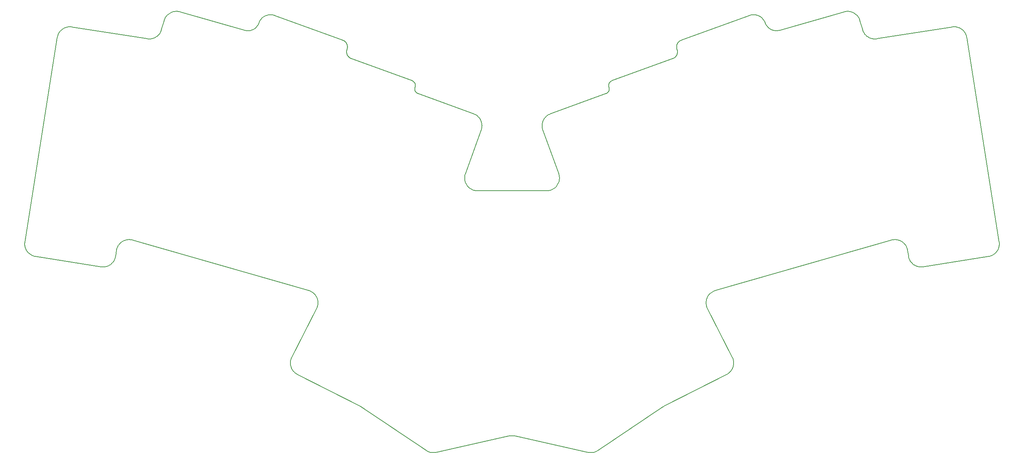
<source format=gm1>
%TF.GenerationSoftware,KiCad,Pcbnew,7.0.5-0*%
%TF.CreationDate,2023-06-28T16:40:39-04:00*%
%TF.ProjectId,regret,72656772-6574-42e6-9b69-6361645f7063,1*%
%TF.SameCoordinates,Original*%
%TF.FileFunction,Profile,NP*%
%FSLAX46Y46*%
G04 Gerber Fmt 4.6, Leading zero omitted, Abs format (unit mm)*
G04 Created by KiCad (PCBNEW 7.0.5-0) date 2023-06-28 16:40:39*
%MOMM*%
%LPD*%
G01*
G04 APERTURE LIST*
%TA.AperFunction,Profile*%
%ADD10C,0.151694*%
%TD*%
G04 APERTURE END LIST*
D10*
X253485078Y-165441909D02*
X253524704Y-165418968D01*
X277711251Y-76137210D02*
X277634166Y-76027603D01*
X157829222Y-76828316D02*
X157725112Y-76897358D01*
X179521873Y-81508400D02*
X179540683Y-81425410D01*
X227084680Y-114689670D02*
X226912047Y-114737756D01*
X104983561Y-129468875D02*
X105091578Y-129564993D01*
X199070948Y-176176693D02*
X199220405Y-176201076D01*
X269869998Y-154398909D02*
X269826466Y-154255299D01*
X207123300Y-110972330D02*
X207180575Y-110798667D01*
X256722965Y-81674200D02*
X256723006Y-81674267D01*
X228751877Y-113392854D02*
X228651644Y-113545739D01*
X134424411Y-78956141D02*
X134302123Y-79009632D01*
X126486439Y-127032058D02*
X126608129Y-126929442D01*
X195385278Y-89676112D02*
X195362435Y-89623903D01*
X227579295Y-114485895D02*
X227418734Y-114563514D01*
X307829768Y-126275553D02*
X307987118Y-126285815D01*
X179501451Y-80610412D02*
X179476184Y-80533393D01*
X218261288Y-172257711D02*
X218343356Y-172263358D01*
X278162849Y-76618482D02*
X278064361Y-76531462D01*
X171534213Y-138744130D02*
X171654711Y-138845119D01*
X329785559Y-130209374D02*
X329934232Y-130174093D01*
X256792735Y-81922552D02*
X256807196Y-82005693D01*
X127894799Y-126331004D02*
X128050085Y-126304314D01*
X195402081Y-90531990D02*
X195421533Y-90474037D01*
X208775094Y-114563515D02*
X208614534Y-114485893D01*
X278706719Y-76979324D02*
X278591740Y-76917389D01*
X264121687Y-139298023D02*
X264219379Y-139174003D01*
X300900722Y-78346762D02*
X300808480Y-78249631D01*
X312091902Y-132125927D02*
X312210339Y-132207732D01*
X172079113Y-139307784D02*
X172169641Y-139436968D01*
X138492534Y-72939680D02*
X138355616Y-72994767D01*
X155526293Y-77211490D02*
X140370285Y-72865634D01*
X195309398Y-89523024D02*
X195279295Y-89474544D01*
X268604925Y-157714178D02*
X268730017Y-157629030D01*
X240721335Y-90065691D02*
X240719799Y-90123644D01*
X136659784Y-74922678D02*
X136046656Y-77060854D01*
X277561947Y-75913780D02*
X277494794Y-75795842D01*
X278064361Y-76531462D02*
X277969762Y-76439724D01*
X228300169Y-113961419D02*
X228168352Y-114083750D01*
X105091578Y-129564993D02*
X105204366Y-129655999D01*
X161982563Y-73571887D02*
X161843984Y-73554146D01*
X195212151Y-89381991D02*
X195175198Y-89338105D01*
X273936516Y-73627864D02*
X273800861Y-73666118D01*
X124960400Y-131158570D02*
X125028771Y-131028276D01*
X195401967Y-90532125D02*
X195402022Y-90532054D01*
X208940105Y-114631513D02*
X208775094Y-114563515D01*
X331941889Y-128409315D02*
X331993582Y-128273927D01*
X178972890Y-79805800D02*
X178908296Y-79754065D01*
X195468465Y-90240315D02*
X195472703Y-90181883D01*
X180478914Y-83836639D02*
X180398111Y-83804898D01*
X138772509Y-72850342D02*
X138631587Y-72891527D01*
X195418619Y-91387963D02*
X195398294Y-91334743D01*
X256722867Y-81673940D02*
X256722884Y-81674003D01*
X179034554Y-79860391D02*
X178972890Y-79805800D01*
X125517676Y-128804057D02*
X125547035Y-128646108D01*
X132973251Y-79228349D02*
X132833637Y-79216131D01*
X111857042Y-78193991D02*
X111802710Y-78330418D01*
X303360179Y-79215774D02*
X303220570Y-79227997D01*
X311761662Y-131847818D02*
X311867346Y-131945814D01*
X128206567Y-126285814D02*
X128363905Y-126275550D01*
X195451084Y-90357365D02*
X195461275Y-90298840D01*
X179494657Y-82890287D02*
X179465765Y-82814633D01*
X104155050Y-128135801D02*
X104200246Y-128273928D01*
X195451144Y-89894520D02*
X195438595Y-89838673D01*
X132693506Y-79197268D02*
X115085712Y-76408214D01*
X179465765Y-82814633D02*
X179440494Y-82737618D01*
X135710377Y-77819355D02*
X135636066Y-77932984D01*
X263544689Y-140762848D02*
X263566149Y-140606145D01*
X195380515Y-91280567D02*
X195365337Y-91225530D01*
X256286350Y-83487544D02*
X256224685Y-83542123D01*
X240811538Y-90590621D02*
X240827829Y-90648826D01*
X240914463Y-89474542D02*
X240884374Y-89523023D01*
X210976483Y-98871866D02*
X210938104Y-98732741D01*
X263566149Y-140606145D02*
X263595925Y-140450376D01*
X179470956Y-81674004D02*
X179470973Y-81673942D01*
X256548548Y-83176580D02*
X256502471Y-83243399D01*
X179443055Y-81756799D02*
X179470677Y-81674464D01*
X256722932Y-81674135D02*
X256722965Y-81674200D01*
X195331222Y-90882584D02*
X195335447Y-90824192D01*
X269905563Y-155843761D02*
X269933478Y-155702360D01*
X269870960Y-155983543D02*
X269905563Y-155843761D01*
X113101532Y-76781987D02*
X112975526Y-76859963D01*
X125813100Y-127900726D02*
X125888894Y-127762468D01*
X256750778Y-81756798D02*
X256773951Y-81839539D01*
X170541303Y-138218102D02*
X170594096Y-138236947D01*
X256825284Y-82254574D02*
X256823093Y-82336898D01*
X256723049Y-81674328D02*
X256723103Y-81674397D01*
X209816924Y-114819354D02*
X209636097Y-114802823D01*
X211062148Y-99445306D02*
X211051133Y-99299889D01*
X134774763Y-78764321D02*
X134660904Y-78833373D01*
X240526150Y-91767837D02*
X240484880Y-91808154D01*
X257044985Y-79977590D02*
X256992485Y-80039928D01*
X198632272Y-176058723D02*
X198776592Y-176105461D01*
X240791826Y-90532295D02*
X240791838Y-90532322D01*
X256620517Y-81093444D02*
X256622413Y-81176163D01*
X297977072Y-73058907D02*
X297846444Y-72998271D01*
X313569262Y-132685944D02*
X313717863Y-132696337D01*
X329633685Y-130237390D02*
X329785559Y-130209374D01*
X179471014Y-81673613D02*
X179471015Y-81673550D01*
X217524091Y-172308502D02*
X217605303Y-172293830D01*
X179498668Y-81591115D02*
X179521873Y-81508400D01*
X218425283Y-172271256D02*
X218507018Y-172281417D01*
X172629779Y-140613456D02*
X172650899Y-140769734D01*
X332038778Y-128135799D02*
X332077324Y-127995147D01*
X300290773Y-77455860D02*
X300237221Y-77327546D01*
X195441451Y-91440133D02*
X195418619Y-91387963D01*
X136704351Y-74780693D02*
X136659784Y-74922678D01*
X269716533Y-153971847D02*
X269649964Y-153832514D01*
X138631587Y-72891527D02*
X138492534Y-72939680D01*
X195472703Y-90181883D02*
X195474032Y-90123642D01*
X157163866Y-77167325D02*
X157044789Y-77205604D01*
X236973101Y-176201075D02*
X237122570Y-176176697D01*
X179691271Y-83243398D02*
X179645206Y-83176582D01*
X256779000Y-80383569D02*
X256746547Y-80457735D01*
X297712954Y-72943897D02*
X297576836Y-72895917D01*
X124629285Y-131636729D02*
X124720271Y-131523955D01*
X123059534Y-132611743D02*
X123200187Y-132573191D01*
X301308367Y-78690148D02*
X301201009Y-78611296D01*
X135096667Y-78527833D02*
X134992822Y-78611439D01*
X299236545Y-74227972D02*
X299158440Y-74102262D01*
X321697893Y-76373680D02*
X321550743Y-76371371D01*
X172169641Y-139436968D02*
X172253469Y-139571095D01*
X167018997Y-157236982D02*
X167121791Y-157342294D01*
X182547944Y-165353846D02*
X182588655Y-165374929D01*
X309585700Y-126929446D02*
X309707388Y-127032059D01*
X299374851Y-74493006D02*
X299308761Y-74358262D01*
X179370733Y-82336901D02*
X179368544Y-82254576D01*
X158027800Y-76675952D02*
X157930180Y-76754482D01*
X240792081Y-90532671D02*
X240792118Y-90532702D01*
X274349845Y-73554144D02*
X274211259Y-73571888D01*
X274488893Y-73543221D02*
X274349845Y-73554144D01*
X269667273Y-156521459D02*
X269727819Y-156390673D01*
X159042067Y-75031944D02*
X158978119Y-75156988D01*
X195365337Y-91225530D02*
X195352795Y-91169731D01*
X179419882Y-81839537D02*
X179443055Y-81756799D01*
X264796798Y-138640506D02*
X264928404Y-138552750D01*
X303500307Y-79196908D02*
X303360179Y-79215774D01*
X159446299Y-74465165D02*
X159354754Y-74570100D01*
X210884383Y-100623178D02*
X210933508Y-100476785D01*
X322830851Y-76645793D02*
X322695957Y-76587704D01*
X240348613Y-91917256D02*
X240299190Y-91949358D01*
X195437854Y-90415796D02*
X195451084Y-90357365D01*
X263634033Y-140295880D02*
X263680491Y-140142977D01*
X257100604Y-79917698D02*
X257044985Y-79977590D01*
X195279295Y-89474544D02*
X195246867Y-89427504D01*
X139495877Y-72749954D02*
X139349584Y-72755861D01*
X218588518Y-172293831D02*
X218669730Y-172308503D01*
X195591624Y-91681852D02*
X195556935Y-91636373D01*
X126261274Y-127254791D02*
X126370758Y-127140601D01*
X218179123Y-172254326D02*
X218261288Y-172257711D01*
X195401931Y-90532167D02*
X195401967Y-90532125D01*
X172253469Y-139571095D02*
X172330366Y-139709939D01*
X257731051Y-79511241D02*
X257650216Y-79542984D01*
X179376929Y-82418676D02*
X179370733Y-82336901D01*
X127292146Y-126518702D02*
X127439374Y-126459734D01*
X255714570Y-83836640D02*
X241501188Y-89009757D01*
X128995281Y-126317837D02*
X129151980Y-126349484D01*
X195005875Y-89180741D02*
X194958387Y-89146426D01*
X240828495Y-91225534D02*
X240813316Y-91280567D01*
X157930180Y-76754482D02*
X157829222Y-76828316D01*
X112975526Y-76859963D02*
X112852986Y-76944447D01*
X225160642Y-99155686D02*
X225142629Y-99299890D01*
X323092289Y-76781987D02*
X322963048Y-76710575D01*
X240791796Y-90532213D02*
X240791803Y-90532240D01*
X136046656Y-77060854D02*
X136004534Y-77195840D01*
X180033555Y-83593845D02*
X179968979Y-83542122D01*
X265500597Y-138272576D02*
X265606447Y-138234122D01*
X330493746Y-129964574D02*
X330624050Y-129896176D01*
X256722841Y-81673809D02*
X256722853Y-81673874D01*
X105443629Y-129821805D02*
X105569786Y-129896176D01*
X240742746Y-90357368D02*
X240755978Y-90415797D01*
X313277268Y-132643489D02*
X313422324Y-132668275D01*
X299434583Y-74632079D02*
X299374851Y-74493006D01*
X197950881Y-175715966D02*
X198080833Y-175798874D01*
X256622691Y-81011125D02*
X256620517Y-81093444D01*
X323572037Y-77130521D02*
X323458994Y-77034822D01*
X166593485Y-156649459D02*
X166666517Y-156774245D01*
X256722830Y-81673614D02*
X256722831Y-81673679D01*
X229100975Y-112566759D02*
X229051646Y-112738596D01*
X196054289Y-92031516D02*
X195999220Y-92006579D01*
X226736253Y-114775551D02*
X226557725Y-114802826D01*
X240299190Y-91949358D02*
X240247838Y-91979165D01*
X241284660Y-89114310D02*
X241235230Y-89146424D01*
X137289648Y-73769648D02*
X137195785Y-73881939D01*
X114790518Y-76376316D02*
X114642969Y-76371368D01*
X312993651Y-132573192D02*
X313134305Y-132611743D01*
X279067134Y-77132817D02*
X278944612Y-77087137D01*
X301419066Y-78764143D02*
X301308367Y-78690148D01*
X240725688Y-90008125D02*
X240721335Y-90065691D01*
X269175005Y-157236807D02*
X269271994Y-157127111D01*
X195352795Y-91169731D02*
X195342934Y-91113258D01*
X324390971Y-78330270D02*
X324336671Y-78193834D01*
X225300543Y-98595787D02*
X225255617Y-98732738D01*
X302536449Y-79193348D02*
X302403646Y-79168050D01*
X321550743Y-76371371D02*
X321403227Y-76376311D01*
X182629030Y-165396639D02*
X182669057Y-165418968D01*
X332127457Y-126804879D02*
X324540284Y-78901995D01*
X172600386Y-140458094D02*
X172629779Y-140613456D01*
X179470906Y-81674135D02*
X179470931Y-81674072D01*
X179565401Y-81259159D02*
X179571432Y-81176166D01*
X172632911Y-141553383D02*
X172604701Y-141708250D01*
X166745666Y-156895643D02*
X166830854Y-157013400D01*
X240732558Y-90298838D02*
X240742746Y-90357368D01*
X200130748Y-176186638D02*
X200282030Y-176156929D01*
X194749182Y-89032117D02*
X194692284Y-89009759D01*
X210311082Y-97607512D02*
X210212184Y-97501020D01*
X199978857Y-176208457D02*
X200130748Y-176186638D01*
X256722907Y-81674071D02*
X256722932Y-81674135D01*
X256502471Y-83243399D02*
X256453153Y-83308037D01*
X139789045Y-72759610D02*
X139642452Y-72751196D01*
X311977498Y-132038569D02*
X312091902Y-132125927D01*
X127006538Y-126660440D02*
X127147755Y-126585620D01*
X256652999Y-80767982D02*
X256638993Y-80848261D01*
X195331445Y-90998684D02*
X195329902Y-90940778D01*
X171408426Y-138649473D02*
X171534213Y-138744130D01*
X302143467Y-79099992D02*
X302016444Y-79057456D01*
X195524529Y-91589370D02*
X195494450Y-91540929D01*
X324275865Y-78060455D02*
X324208692Y-77930352D01*
X229168462Y-112216523D02*
X229139937Y-112392576D01*
X178462776Y-79511240D02*
X162527149Y-73711238D01*
X195474032Y-90123642D02*
X195472496Y-90065692D01*
X310676148Y-128804056D02*
X310892411Y-130168254D01*
X279576465Y-77258363D02*
X279446636Y-77235752D01*
X194908934Y-89114312D02*
X194857551Y-89084488D01*
X237122570Y-176176697D02*
X237270624Y-176144806D01*
X159187373Y-74792978D02*
X159111874Y-74910541D01*
X237416970Y-176105461D02*
X237561316Y-176058722D01*
X240755978Y-90415797D02*
X240772299Y-90474036D01*
X309046057Y-126585621D02*
X309187289Y-126660438D01*
X122475980Y-132696334D02*
X122624578Y-132685940D01*
X134885462Y-78690303D02*
X134774763Y-78764321D01*
X170857099Y-138338808D02*
X171001690Y-138405817D01*
X104880470Y-129367864D02*
X104983561Y-129468875D01*
X195423407Y-89783591D02*
X195405621Y-89729375D01*
X269727819Y-156390673D02*
X269782003Y-156257254D01*
X255873691Y-83769483D02*
X255795403Y-83804899D01*
X195421533Y-90474037D02*
X195437854Y-90415796D01*
X134544064Y-78897352D02*
X134424411Y-78956141D01*
X217850464Y-172263358D02*
X217932532Y-172257714D01*
X298579125Y-73451497D02*
X298466302Y-73361487D01*
X302016444Y-79057456D02*
X301891701Y-79009392D01*
X240791838Y-90532322D02*
X240791852Y-90532352D01*
X135956611Y-77327550D02*
X135903055Y-77455868D01*
X324540284Y-78901995D02*
X324513419Y-78755618D01*
X158381140Y-76316768D02*
X158298751Y-76413129D01*
X137836975Y-73282182D02*
X137717658Y-73369109D01*
X240082670Y-92053871D02*
X227102600Y-96778260D01*
X312458466Y-132354061D02*
X312587714Y-132418270D01*
X124101939Y-132125927D02*
X124216341Y-132038566D01*
X104309970Y-128541747D02*
X104374177Y-128671006D01*
X127147755Y-126585620D02*
X127292146Y-126518702D01*
X256400652Y-83370362D02*
X256345029Y-83430246D01*
X257423254Y-79659708D02*
X257352994Y-79705322D01*
X240669301Y-91589371D02*
X240636893Y-91636376D01*
X311307797Y-131284716D02*
X311387912Y-131406566D01*
X162257311Y-73627864D02*
X162120425Y-73596457D01*
X280781493Y-77179034D02*
X280646704Y-77214188D01*
X269976246Y-155271008D02*
X269976569Y-155125680D01*
X301649765Y-78897143D02*
X301532924Y-78833182D01*
X158212273Y-76505177D02*
X158121894Y-76592816D01*
X297010733Y-72770479D02*
X296864968Y-72756390D01*
X276747528Y-74465165D02*
X276650977Y-74364817D01*
X256823093Y-82336898D02*
X256816893Y-82418677D01*
X158666039Y-75890079D02*
X158601886Y-76002745D01*
X229186485Y-112039088D02*
X229168462Y-112216523D01*
X195401723Y-90532633D02*
X195401728Y-90532599D01*
X166666517Y-156774245D02*
X166745666Y-156895643D01*
X253406872Y-165489625D02*
X253445798Y-165465464D01*
X132833637Y-79216131D02*
X132693506Y-79197268D01*
X253604948Y-165374931D02*
X253645540Y-165353845D01*
X179540683Y-81425410D02*
X179555173Y-81342284D01*
X166239315Y-155559619D02*
X166260446Y-155702387D01*
X114938186Y-76388576D02*
X114790518Y-76376316D01*
X179793068Y-83370363D02*
X179740580Y-83308034D01*
X125146729Y-130755881D02*
X125195879Y-130614098D01*
X300636821Y-78042608D02*
X300557766Y-77932940D01*
X311047112Y-130755882D02*
X311102888Y-130893994D01*
X278479667Y-76850238D02*
X278370697Y-76777972D01*
X218669730Y-172308503D02*
X218750614Y-172325432D01*
X179376431Y-82088839D02*
X179386634Y-82005694D01*
X113230756Y-76710578D02*
X113101532Y-76781987D01*
X226376897Y-114819355D02*
X226194201Y-114824917D01*
X179848670Y-83430246D02*
X179793068Y-83370363D01*
X241098938Y-89255597D02*
X241057655Y-89295944D01*
X310035666Y-127374348D02*
X310132220Y-127499001D01*
X207142183Y-112738600D02*
X207092849Y-112566761D01*
X159750286Y-74178616D02*
X159644236Y-74269235D01*
X240791924Y-90532474D02*
X240791947Y-90532504D01*
X240441506Y-91846559D02*
X240396066Y-91882959D01*
X159542852Y-74364814D02*
X159446299Y-74465165D01*
X138915031Y-72816151D02*
X138772509Y-72850342D01*
X137717658Y-73369109D02*
X137603102Y-73461536D01*
X256628445Y-81259157D02*
X256638674Y-81342284D01*
X195494450Y-91540929D02*
X195466741Y-91491151D01*
X279707628Y-77274952D02*
X279576465Y-77258363D01*
X277634166Y-76027603D02*
X277561947Y-75913780D01*
X256453153Y-83308037D02*
X256400652Y-83370362D01*
X106560156Y-130237389D02*
X121869262Y-132662028D01*
X240791756Y-90532053D02*
X240791760Y-90532087D01*
X158532896Y-76111479D02*
X158459252Y-76216183D01*
X171001690Y-138405817D02*
X171141928Y-138480086D01*
X195362435Y-89623903D02*
X195337127Y-89572841D01*
X307671897Y-126273574D02*
X307829768Y-126275553D01*
X308901654Y-126518704D02*
X309046057Y-126585621D01*
X240791993Y-90532571D02*
X240792023Y-90532602D01*
X277969762Y-76439724D02*
X277879248Y-76343372D01*
X179602450Y-83107728D02*
X179563066Y-83036968D01*
X140226273Y-72828212D02*
X140081220Y-72798090D01*
X137960888Y-73200952D02*
X137836975Y-73282182D01*
X300483455Y-77819322D02*
X300414066Y-77701860D01*
X166260446Y-155702387D02*
X166288354Y-155843791D01*
X277081962Y-74910544D02*
X277006463Y-74792977D01*
X331883861Y-128541748D02*
X331941889Y-128409315D01*
X235911455Y-176156931D02*
X236062732Y-176186637D01*
X166477617Y-153971850D02*
X166418783Y-154112860D01*
X123735374Y-132354061D02*
X123861240Y-132283830D01*
X298349451Y-73277094D02*
X298228810Y-73198448D01*
X171982120Y-139183774D02*
X172079113Y-139307784D01*
X301201009Y-78611296D02*
X301097166Y-78527706D01*
X104059987Y-127707127D02*
X104084764Y-127852183D01*
X256823407Y-82171844D02*
X256825284Y-82254574D01*
X280646704Y-77214188D02*
X280511682Y-77242524D01*
X156552001Y-77303125D02*
X156425615Y-77313134D01*
X179440494Y-82737618D02*
X179418913Y-82659379D01*
X105972504Y-130082577D02*
X106114298Y-130131750D01*
X195352792Y-90707218D02*
X195366001Y-90648827D01*
X226685051Y-96966972D02*
X226555237Y-97042283D01*
X208614534Y-114485893D02*
X208458862Y-114398882D01*
X125888894Y-127762468D02*
X125971790Y-127628467D01*
X226557725Y-114802826D02*
X226376897Y-114819355D01*
X274767384Y-73541776D02*
X274628157Y-73539099D01*
X115085712Y-76408214D02*
X114938186Y-76388576D01*
X134050361Y-79100264D02*
X133921235Y-79137183D01*
X313422324Y-132668275D02*
X313569262Y-132685944D01*
X240851213Y-90765705D02*
X240858388Y-90824194D01*
X112058492Y-77803887D02*
X111985073Y-77930497D01*
X332164808Y-127261546D02*
X332160158Y-127110267D01*
X274211259Y-73571888D02*
X274073400Y-73596454D01*
X240862611Y-90882583D02*
X240863932Y-90940780D01*
X263946003Y-139561536D02*
X264030484Y-139427278D01*
X105569786Y-129896176D02*
X105700091Y-129964571D01*
X264323320Y-139055447D02*
X264433273Y-138942584D01*
X112411571Y-77337028D02*
X112314667Y-77447346D01*
X296122336Y-72796010D02*
X295972684Y-72826849D01*
X263735307Y-139992011D02*
X263798176Y-139844136D01*
X157508191Y-77020680D02*
X157395754Y-77074768D01*
X253445798Y-165465464D02*
X253485078Y-165441909D01*
X104200246Y-128273928D02*
X104251940Y-128409318D01*
X113362932Y-76645795D02*
X113230756Y-76710578D01*
X158868493Y-75417270D02*
X158827579Y-75529450D01*
X167589199Y-157714477D02*
X167719696Y-157793987D01*
X112223427Y-77562085D02*
X112137989Y-77681007D01*
X237703375Y-176004634D02*
X237842858Y-175943266D01*
X314019192Y-132694669D02*
X314171487Y-132682297D01*
X301097166Y-78527706D02*
X300997012Y-78439490D01*
X256638674Y-81342284D02*
X256653160Y-81425409D01*
X229176908Y-111503283D02*
X229190770Y-111681984D01*
X311564556Y-131636734D02*
X311660660Y-131744740D01*
X256723160Y-81674462D02*
X256750778Y-81756798D01*
X125584587Y-128490746D02*
X125630153Y-128338249D01*
X133112169Y-79234032D02*
X132973251Y-79228349D01*
X171654711Y-138845119D02*
X171769683Y-138952213D01*
X207003055Y-111681986D02*
X207016920Y-111503279D01*
X179368544Y-82254576D02*
X179370420Y-82171843D01*
X278591740Y-76917389D02*
X278479667Y-76850238D01*
X228542245Y-113692191D02*
X228424944Y-113830826D01*
X295972684Y-72826849D02*
X295823198Y-72865629D01*
X179571153Y-81011128D02*
X179564975Y-80929357D01*
X166259424Y-154688639D02*
X166238170Y-154834249D01*
X312720144Y-132476297D02*
X312855526Y-132527991D01*
X240727088Y-91491152D02*
X240699383Y-91540929D01*
X253330157Y-165539758D02*
X253368321Y-165514393D01*
X269829746Y-156121462D02*
X269870960Y-155983543D01*
X167344414Y-157538707D02*
X167464076Y-157629303D01*
X211051133Y-99299889D02*
X211033108Y-99155684D01*
X127589110Y-126408762D02*
X127741029Y-126365838D01*
X256723103Y-81674397D02*
X256723132Y-81674430D01*
X209091215Y-96778262D02*
X196111155Y-92053872D01*
X256774898Y-82659378D02*
X256753311Y-82737619D01*
X331673314Y-128919141D02*
X331749417Y-128796874D01*
X195797761Y-91882959D02*
X195752325Y-91846558D01*
X256807196Y-82005693D02*
X256817402Y-82088838D01*
X210938104Y-98732741D02*
X210893167Y-98595788D01*
X298104602Y-73125675D02*
X297977072Y-73058907D01*
X210893167Y-98595788D02*
X210841787Y-98461253D01*
X240791947Y-90532504D02*
X240791968Y-90532537D01*
X229013244Y-110798668D02*
X229070519Y-110972330D01*
X280376624Y-77264140D02*
X280241722Y-77279136D01*
X303081653Y-79233681D02*
X302943607Y-79232951D01*
X195438595Y-89838673D02*
X195423407Y-89783591D01*
X324479486Y-78611386D02*
X324438622Y-78469528D01*
X104033673Y-127110268D02*
X104029020Y-127261547D01*
X124326495Y-131945810D02*
X124432179Y-131847815D01*
X209638484Y-97042283D02*
X209508690Y-96966971D01*
X227253721Y-114631511D02*
X227084680Y-114689670D01*
X225309434Y-100623176D02*
X229013244Y-110798668D01*
X241018522Y-89338106D02*
X240981586Y-89381991D01*
X269826466Y-154255299D02*
X269775341Y-154112860D01*
X209999620Y-114824912D02*
X209816924Y-114819354D01*
X104520519Y-128919142D02*
X104602330Y-129037588D01*
X256746547Y-80457735D02*
X256717655Y-80533392D01*
X240791750Y-90532006D02*
X240791750Y-90532028D01*
X210492124Y-97833310D02*
X210404431Y-97718357D01*
X264928404Y-138552750D02*
X265064824Y-138471846D01*
X321990063Y-76399812D02*
X321844419Y-76383181D01*
X179471009Y-81673680D02*
X179471014Y-81673613D01*
X275976123Y-73869494D02*
X275849320Y-73806491D01*
X207016920Y-111503279D02*
X207041536Y-111325118D01*
X297846444Y-72998271D02*
X297712954Y-72943897D01*
X178840834Y-79705325D02*
X178770574Y-79659707D01*
X322558619Y-76536366D02*
X322419104Y-76491848D01*
X301769418Y-78955916D02*
X301649765Y-78897143D01*
X278370697Y-76777972D02*
X278265024Y-76700685D01*
X225159951Y-100034234D02*
X225185682Y-100182071D01*
X162527149Y-73711238D02*
X162392972Y-73666120D01*
X240772299Y-90474036D02*
X240791748Y-90531993D01*
X278944612Y-77087137D02*
X278824408Y-77035938D01*
X179093231Y-79917698D02*
X179034554Y-79860391D01*
X323679837Y-77231317D02*
X323572037Y-77130521D01*
X123606122Y-132418268D02*
X123735374Y-132354061D01*
X171769683Y-138952213D02*
X171878898Y-139065178D01*
X276218135Y-74013009D02*
X276099120Y-73938397D01*
X179476184Y-80533393D02*
X179447295Y-80457733D01*
X126868814Y-126743113D02*
X127006538Y-126660440D01*
X136877829Y-74373453D02*
X136813539Y-74505873D01*
X330872068Y-129741674D02*
X330989470Y-129655998D01*
X160606131Y-73699910D02*
X160474287Y-73749845D01*
X138355616Y-72994767D02*
X138221094Y-73056757D01*
X158601886Y-76002745D02*
X158532896Y-76111479D01*
X264548997Y-138835655D02*
X264670249Y-138734885D01*
X240862386Y-90998686D02*
X240858030Y-91056212D01*
X256814949Y-80311035D02*
X256779000Y-80383569D01*
X172462411Y-140000834D02*
X172516716Y-140151452D01*
X104084764Y-127852183D02*
X104116503Y-127995146D01*
X161843984Y-73554146D02*
X161704932Y-73543220D01*
X179471015Y-81673550D02*
X179471018Y-81673417D01*
X263784402Y-142308276D02*
X263723483Y-142160482D01*
X104251940Y-128409318D02*
X104309970Y-128541747D01*
X240791905Y-90532441D02*
X240791924Y-90532474D01*
X240732816Y-89951037D02*
X240725688Y-90008125D01*
X225789238Y-97718355D02*
X225701546Y-97833306D01*
X195401721Y-90532670D02*
X195401723Y-90532633D01*
X277793011Y-76242497D02*
X277711251Y-76137210D01*
X332133839Y-127707128D02*
X332151493Y-127560189D01*
X155912979Y-77292802D02*
X155783979Y-77272147D01*
X135385352Y-78249709D02*
X135293107Y-78346856D01*
X199674404Y-176228629D02*
X199826646Y-176222434D01*
X207076975Y-111147972D02*
X207123300Y-110972330D01*
X157395754Y-77074768D02*
X157280915Y-77123686D01*
X211008128Y-100182071D02*
X211033854Y-100034232D01*
X236671065Y-176227099D02*
X236822501Y-176217897D01*
X104782464Y-129262164D02*
X104880470Y-129367864D01*
X300189293Y-77195842D02*
X300147171Y-77060854D01*
X133657378Y-79193658D02*
X133522995Y-79212989D01*
X273800861Y-73666118D02*
X273666686Y-73711237D01*
X137603102Y-73461536D02*
X137493472Y-73559235D01*
X170381020Y-138167092D02*
X170434803Y-138183175D01*
X121869262Y-132662028D02*
X122022358Y-132682298D01*
X125195879Y-130614098D02*
X125238189Y-130468787D01*
X268338701Y-157867213D02*
X268474460Y-157793654D01*
X137024976Y-74119646D02*
X136948364Y-74244639D01*
X167464076Y-157629303D02*
X167589199Y-157714477D01*
X162392972Y-73666120D02*
X162257311Y-73627864D01*
X172650899Y-140769734D02*
X172663760Y-140926605D01*
X114203619Y-76399810D02*
X114059123Y-76423507D01*
X256092628Y-83642582D02*
X256022365Y-83688190D01*
X179470931Y-81674072D02*
X179470956Y-81674004D01*
X160344513Y-73806489D02*
X160217707Y-73869495D01*
X114642969Y-76371368D02*
X114495801Y-76373682D01*
X199826646Y-176222434D02*
X199978857Y-176208457D01*
X312332599Y-132283829D02*
X312458466Y-132354061D01*
X166324067Y-154398911D02*
X166288030Y-154543442D01*
X178697575Y-79617354D02*
X178621900Y-79578403D01*
X323782255Y-77336973D02*
X323679837Y-77231317D01*
X297438319Y-72854451D02*
X297297644Y-72819640D01*
X226819628Y-96897702D02*
X226685051Y-96966972D01*
X160875013Y-73620205D02*
X160739792Y-73656695D01*
X298687689Y-73546991D02*
X298579125Y-73451497D01*
X179645206Y-83176582D02*
X179602450Y-83107728D01*
X269906009Y-154543438D02*
X269869998Y-154398909D01*
X161149124Y-73567466D02*
X161011539Y-73590462D01*
X323879152Y-77447276D02*
X323782255Y-77336973D01*
X135196819Y-78439605D02*
X135096667Y-78527833D01*
X263868489Y-139700567D02*
X263946003Y-139561536D01*
X198080833Y-175798874D02*
X198214237Y-175874660D01*
X179571432Y-81176166D02*
X179573330Y-81093441D01*
X228651644Y-113545739D02*
X228542245Y-113692191D01*
X324135292Y-77803757D02*
X324055811Y-77680895D01*
X256722884Y-81674003D02*
X256722907Y-81674071D01*
X195335447Y-90824192D02*
X195342623Y-90765704D01*
X324055811Y-77680895D02*
X323970384Y-77561992D01*
X179148850Y-79977586D02*
X179093231Y-79917698D01*
X195051340Y-89217167D02*
X195005875Y-89180741D01*
X256666674Y-82964445D02*
X256630714Y-83036968D01*
X179250667Y-80104580D02*
X179201349Y-80039928D01*
X240247838Y-91979165D02*
X240194608Y-92006579D01*
X195472496Y-90065692D02*
X195468139Y-90008123D01*
X240565275Y-91725704D02*
X240526150Y-91767837D01*
X240602201Y-91681852D02*
X240565275Y-91725704D01*
X226430297Y-97123395D02*
X226310337Y-97210067D01*
X166364167Y-156121506D02*
X166411911Y-156257307D01*
X257285537Y-79754066D02*
X257220940Y-79805799D01*
X112314667Y-77447346D02*
X112223427Y-77562085D01*
X179740580Y-83308034D02*
X179691271Y-83243398D01*
X263853486Y-142453348D02*
X263784402Y-142308276D01*
X159268389Y-74679434D02*
X159187373Y-74792978D01*
X207201823Y-112907608D02*
X207142183Y-112738600D01*
X217605303Y-172293830D02*
X217686801Y-172281417D01*
X330079542Y-130131752D02*
X330221336Y-130082573D01*
X161704932Y-73543220D02*
X161565665Y-73539099D01*
X179470704Y-81674429D02*
X179470734Y-81674395D01*
X209374138Y-96897704D02*
X209234941Y-96834721D01*
X240752381Y-91440132D02*
X240727088Y-91491152D01*
X105321766Y-129741674D02*
X105443629Y-129821805D01*
X124720271Y-131523955D02*
X124805932Y-131406567D01*
X135557007Y-78042661D02*
X135473380Y-78148277D01*
X157725112Y-76897358D02*
X157618040Y-76961510D01*
X300997012Y-78439490D02*
X300900722Y-78346762D01*
X126158163Y-127374349D02*
X126261274Y-127254791D01*
X128521776Y-126273576D02*
X128679849Y-126279930D01*
X225255617Y-98732738D02*
X225217246Y-98871869D01*
X263798176Y-139844136D02*
X263868489Y-139700567D01*
X122624578Y-132685940D02*
X122771515Y-132668277D01*
X256022365Y-83688190D02*
X255949365Y-83730534D01*
X195945988Y-91979164D02*
X195894638Y-91949356D01*
X308754407Y-126459733D02*
X308901654Y-126518704D01*
X331993582Y-128273927D02*
X332038778Y-128135799D01*
X133790179Y-79168351D02*
X133657378Y-79193658D01*
X198214237Y-175874660D02*
X198350808Y-175943263D01*
X195667675Y-91767838D02*
X195628555Y-91725702D01*
X269954618Y-155559600D02*
X269968900Y-155415733D01*
X172663760Y-140926605D02*
X172668379Y-141083736D01*
X167230292Y-157442956D02*
X167344414Y-157538707D01*
X240742677Y-89894517D02*
X240732816Y-89951037D01*
X269363115Y-157013263D02*
X269448286Y-156895524D01*
X331210274Y-129468873D02*
X331313365Y-129367861D01*
X332109066Y-127852186D02*
X332133839Y-127707128D01*
X195405621Y-89729375D02*
X195385278Y-89676112D01*
X277879248Y-76343372D02*
X277793011Y-76242497D01*
X171141928Y-138480086D02*
X171277584Y-138561381D01*
X240856659Y-89572840D02*
X240831359Y-89623901D01*
X311473569Y-131523954D02*
X311564556Y-131636734D01*
X225185552Y-99012931D02*
X225160642Y-99155686D01*
X241235230Y-89146424D02*
X241187767Y-89180744D01*
X241142324Y-89217168D02*
X241098938Y-89255597D01*
X322419104Y-76491848D02*
X322277667Y-76454207D01*
X180319855Y-83769483D02*
X180244205Y-83730533D01*
X269976569Y-155125680D02*
X269969791Y-154980011D01*
X240791852Y-90532352D02*
X240791869Y-90532381D01*
X276650977Y-74364817D02*
X276549594Y-74269237D01*
X195401744Y-90532539D02*
X195401750Y-90532506D01*
X330989470Y-129655998D02*
X331102257Y-129564994D01*
X276839074Y-74570099D02*
X276747528Y-74465165D01*
X295823198Y-72865629D02*
X280781493Y-77179034D01*
X208025475Y-114083752D02*
X207893661Y-113961421D01*
X276443543Y-74178619D02*
X276332998Y-74093144D01*
X140081220Y-72798090D02*
X139935388Y-72775233D01*
X299308761Y-74358262D02*
X299236545Y-74227972D01*
X298466302Y-73361487D02*
X298349451Y-73277094D01*
X111680120Y-78755675D02*
X111653191Y-78901995D01*
X299534043Y-74922678D02*
X299487727Y-74775343D01*
X166238170Y-154834249D02*
X166224191Y-154980016D01*
X330624050Y-129896176D02*
X330750211Y-129821804D01*
X178543611Y-79542986D02*
X178462776Y-79511240D01*
X166466097Y-156390736D02*
X166526649Y-156521539D01*
X167121791Y-157342294D02*
X167230292Y-157442956D01*
X277432902Y-75673885D02*
X277376465Y-75548009D01*
X321403227Y-76376311D02*
X321255606Y-76388573D01*
X139203833Y-72768883D02*
X139058895Y-72788990D01*
X331819649Y-128671005D02*
X331883861Y-128541748D01*
X226085821Y-97399120D02*
X225981488Y-97501021D01*
X210107859Y-97399123D02*
X209998212Y-97302057D01*
X277151773Y-75031943D02*
X277081962Y-74910544D01*
X125630153Y-128338249D02*
X125683550Y-128188893D01*
X308143610Y-126304316D02*
X308298919Y-126331006D01*
X170708396Y-138279291D02*
X170857099Y-138338808D01*
X166544221Y-153832512D02*
X166477617Y-153971850D01*
X310132220Y-127499001D02*
X310222035Y-127628468D01*
X156923878Y-77238415D02*
X156801318Y-77265674D01*
X122325931Y-132699297D02*
X122475980Y-132696334D01*
X105204366Y-129655999D02*
X105321766Y-129741674D01*
X277325350Y-75417270D02*
X277273636Y-75285495D01*
X166921990Y-157127261D02*
X167018997Y-157236982D01*
X161011539Y-73590462D02*
X160875013Y-73620205D01*
X240858030Y-91056212D02*
X240850898Y-91113259D01*
X134302123Y-79009632D02*
X134177384Y-79057712D01*
X125547035Y-128646108D02*
X125584587Y-128490746D01*
X195461009Y-89951036D02*
X195451144Y-89894520D01*
X180100994Y-83642581D02*
X180033555Y-83593845D01*
X311165070Y-131028276D02*
X311233444Y-131158568D01*
X240850898Y-91113259D02*
X240841038Y-91169730D01*
X240808517Y-89676112D02*
X240788188Y-89729375D01*
X240791781Y-90532165D02*
X240791796Y-90532213D01*
X225185682Y-100182071D02*
X225219099Y-100329666D01*
X195366001Y-90648827D02*
X195382295Y-90590620D01*
X179564975Y-80929357D02*
X179554850Y-80848263D01*
X269649964Y-153832514D02*
X263853486Y-142453348D01*
X225619628Y-97952130D02*
X225543593Y-98074575D01*
X330359459Y-130026777D02*
X330493746Y-129964574D01*
X114349263Y-76383180D02*
X114203619Y-76399810D01*
X104689698Y-129152005D02*
X104782464Y-129262164D01*
X158725164Y-75773578D02*
X158666039Y-75890079D01*
X122771515Y-132668277D02*
X122916574Y-132643489D01*
X207271712Y-113073310D02*
X207201823Y-112907608D01*
X240795539Y-91334745D02*
X240775214Y-91387964D01*
X195335805Y-91056212D02*
X195331445Y-90998684D01*
X195894638Y-91949356D02*
X195845212Y-91917257D01*
X137388931Y-73662010D02*
X137289648Y-73769648D01*
X264030484Y-139427278D02*
X264121687Y-139298023D01*
X125028771Y-131028276D02*
X125090955Y-130893994D01*
X156170344Y-77315230D02*
X156041830Y-77307127D01*
X178770574Y-79659707D02*
X178697575Y-79617354D01*
X308604648Y-126408761D02*
X308754407Y-126459733D01*
X195628555Y-91725702D02*
X195591624Y-91681852D01*
X268474460Y-157793654D02*
X268604925Y-157714178D01*
X324336671Y-78193834D02*
X324275865Y-78060455D01*
X269969791Y-154980011D02*
X269955824Y-154834242D01*
X310646787Y-128646107D02*
X310676148Y-128804056D01*
X225260313Y-100476785D02*
X225309434Y-100623176D01*
X179470834Y-81674267D02*
X179470871Y-81674200D01*
X195401803Y-90532378D02*
X195401835Y-90532322D01*
X309187289Y-126660438D02*
X309325014Y-126743113D01*
X255949365Y-83730534D02*
X255873691Y-83769483D01*
X263723483Y-142160482D02*
X263670729Y-142010306D01*
X133250213Y-79233290D02*
X133112169Y-79234032D01*
X126735648Y-126833038D02*
X126868814Y-126743113D01*
X210212184Y-97501020D02*
X210107859Y-97399123D01*
X280241722Y-77279136D02*
X280107174Y-77287620D01*
X111917878Y-78060611D02*
X111857042Y-78193991D01*
X298985482Y-73865111D02*
X298891100Y-73753928D01*
X257352994Y-79705322D02*
X257285537Y-79754066D01*
X179387067Y-82499771D02*
X179376929Y-82418676D01*
X307355908Y-126294669D02*
X307513835Y-126279931D01*
X313867911Y-132699297D02*
X314019192Y-132694669D01*
X332160158Y-127110267D02*
X332147763Y-126957974D01*
X135844047Y-77580682D02*
X135779761Y-77701883D01*
X105700091Y-129964571D02*
X105834379Y-130026778D01*
X225131623Y-99445307D02*
X225127740Y-99591689D01*
X240791748Y-90531993D02*
X240791750Y-90532006D01*
X240721127Y-90181884D02*
X240725364Y-90240316D01*
X139058895Y-72788990D02*
X138915031Y-72816151D01*
X195402022Y-90532054D02*
X195402081Y-90531990D01*
X236366837Y-176222431D02*
X236519077Y-176228630D01*
X136948364Y-74244639D02*
X136877829Y-74373453D01*
X135636066Y-77932984D02*
X135557007Y-78042661D01*
X310304933Y-127762466D02*
X310380725Y-127900725D01*
X279191775Y-77172881D02*
X279067134Y-77132817D01*
X240699383Y-91540929D02*
X240669301Y-91589371D01*
X195329902Y-90940778D02*
X195331222Y-90882584D01*
X228922121Y-113073308D02*
X228842055Y-113235216D01*
X170488219Y-138200177D02*
X170541303Y-138218102D01*
X240863932Y-90940780D02*
X240862386Y-90998686D01*
X124886047Y-131284716D02*
X124960400Y-131158570D01*
X172516716Y-140151452D02*
X172562705Y-140303983D01*
X300557766Y-77932940D02*
X300483455Y-77819322D01*
X256897099Y-80171405D02*
X256854339Y-80240268D01*
X322134564Y-76423506D02*
X321990063Y-76399812D01*
X240770405Y-89783593D02*
X240755221Y-89838673D01*
X263561661Y-141548777D02*
X263541745Y-141392379D01*
X171277584Y-138561381D02*
X171408426Y-138649473D01*
X331504131Y-129152003D02*
X331591500Y-129037591D01*
X196111155Y-92053872D02*
X196054289Y-92031516D01*
X256160088Y-83593846D02*
X256092628Y-83642582D01*
X179527113Y-82964445D02*
X179494657Y-82890287D01*
X166322957Y-155983582D02*
X166364167Y-156121506D01*
X269782003Y-156257254D02*
X269829746Y-156121462D01*
X207041536Y-111325118D02*
X207076975Y-111147972D01*
X311387912Y-131406566D02*
X311473569Y-131523954D01*
X195752325Y-91846558D02*
X195708948Y-91808156D01*
X182669057Y-165418968D02*
X182708724Y-165441911D01*
X133522995Y-79212989D02*
X133387218Y-79226240D01*
X240831359Y-89623901D02*
X240808517Y-89676112D01*
X225127740Y-99591689D02*
X225131095Y-99738801D01*
X241501188Y-89009757D02*
X241444328Y-89032118D01*
X207053891Y-112392573D02*
X207025367Y-112216525D01*
X229116845Y-111147973D02*
X229152288Y-111325117D01*
X157044789Y-77205604D02*
X156923878Y-77238415D01*
X227102600Y-96778260D02*
X226958849Y-96834718D01*
X133921235Y-79137183D02*
X133790179Y-79168351D01*
X209998212Y-97302057D02*
X209883360Y-97210063D01*
X225142629Y-99299890D02*
X225131623Y-99445307D01*
X195556935Y-91636373D02*
X195524529Y-91589370D01*
X331313365Y-129367861D02*
X331411369Y-129262164D01*
X209636097Y-114802823D02*
X209457573Y-114775549D01*
X279318340Y-77207225D02*
X279191775Y-77172881D01*
X156801318Y-77265674D02*
X156677297Y-77287273D01*
X256773951Y-81839539D02*
X256792735Y-81922552D01*
X225882592Y-97607513D02*
X225789238Y-97718355D01*
X307513835Y-126279931D02*
X307671897Y-126273574D01*
X332151493Y-127560189D02*
X332161866Y-127411593D01*
X160217707Y-73869495D02*
X160094713Y-73938396D01*
X225141793Y-99886394D02*
X225159951Y-100034234D01*
X310609236Y-128490747D02*
X310646787Y-128646107D01*
X256671973Y-81508396D02*
X256695173Y-81591115D01*
X241444328Y-89032118D02*
X241389255Y-89057059D01*
X322963048Y-76710575D02*
X322830851Y-76645793D01*
X111985073Y-77930497D02*
X111917878Y-78060611D01*
X210404431Y-97718357D02*
X210311082Y-97607512D01*
X296569974Y-72749836D02*
X296421216Y-72757629D01*
X106114298Y-130131750D02*
X106259607Y-130174092D01*
X273666686Y-73711237D02*
X257731051Y-79511241D01*
X128050085Y-126304314D02*
X128206567Y-126285814D01*
X179470987Y-81673874D02*
X179471000Y-81673809D01*
X256806753Y-82499772D02*
X256792732Y-82580053D01*
X104042336Y-127560190D02*
X104059987Y-127707127D01*
X123861240Y-132283830D02*
X123983499Y-132207733D01*
X263531538Y-140920156D02*
X263544689Y-140762848D01*
X104602330Y-129037588D02*
X104689698Y-129152005D01*
X238112929Y-175798872D02*
X238242935Y-175715966D01*
X112734842Y-77034822D02*
X112621799Y-77130538D01*
X269072229Y-157342099D02*
X269175005Y-157236807D01*
X208308508Y-114302708D02*
X208163900Y-114197589D01*
X331591500Y-129037591D02*
X331673314Y-128919141D01*
X217768538Y-172271256D02*
X217850464Y-172263358D01*
X240791770Y-90532125D02*
X240791781Y-90532165D01*
X134660904Y-78833373D02*
X134544064Y-78897352D01*
X126608129Y-126929442D02*
X126735648Y-126833038D01*
X256728036Y-82814629D02*
X256699134Y-82890286D01*
X209763412Y-97123396D02*
X209638484Y-97042283D01*
X314171487Y-132682297D02*
X314324589Y-132662028D01*
X179370420Y-82171843D02*
X179376431Y-82088839D01*
X158779073Y-75653337D02*
X158725164Y-75773578D01*
X156298335Y-77317199D02*
X156170344Y-77315230D01*
X170646612Y-138256536D02*
X170708396Y-138279291D01*
X275587698Y-73699910D02*
X275454036Y-73656694D01*
X207542190Y-113545740D02*
X207441956Y-113392856D01*
X172664765Y-141240793D02*
X172652936Y-141397458D01*
X229051646Y-112738596D02*
X228992004Y-112907609D01*
X207025367Y-112216525D02*
X207007343Y-112039087D01*
X128363905Y-126275550D02*
X128521776Y-126273576D01*
X125683550Y-128188893D02*
X125744590Y-128042959D01*
X313134305Y-132611743D02*
X313277268Y-132643489D01*
X179401083Y-82580053D02*
X179387067Y-82499771D01*
X240827829Y-90648826D02*
X240841040Y-90707218D01*
X276925443Y-74679433D02*
X276839074Y-74570099D01*
X256722831Y-81673679D02*
X256722838Y-81673745D01*
X195382295Y-90590620D02*
X195401719Y-90532700D01*
X225219099Y-100329666D02*
X225260313Y-100476785D01*
X178908296Y-79754065D02*
X178840834Y-79705325D01*
X299487727Y-74775343D02*
X299434583Y-74632079D01*
X240484880Y-91808154D02*
X240441506Y-91846559D01*
X179907330Y-83487543D02*
X179848670Y-83430246D01*
X237842858Y-175943266D02*
X237979473Y-175874658D01*
X329934232Y-130174093D02*
X330079542Y-130131752D01*
X256224685Y-83542123D02*
X256160088Y-83593846D01*
X210650089Y-98074573D02*
X210574049Y-97952127D01*
X265606447Y-138234122D02*
X265655781Y-138216592D01*
X309823069Y-127140600D02*
X309932554Y-127254790D01*
X240841038Y-91169730D02*
X240828495Y-91225534D01*
X158121894Y-76592816D02*
X158027800Y-76675952D01*
X240396066Y-91882959D02*
X240348613Y-91917256D01*
X263589806Y-141704119D02*
X263561661Y-141548777D01*
X209508690Y-96966971D02*
X209374138Y-96897704D01*
X256638993Y-80848261D02*
X256628870Y-80929356D01*
X182786960Y-165489626D02*
X182825511Y-165514395D01*
X113774615Y-76491848D02*
X113635121Y-76536368D01*
X172523785Y-142013478D02*
X172471110Y-142163180D01*
X324438622Y-78469528D02*
X324390971Y-78330270D01*
X321255606Y-76388573D02*
X321108140Y-76408211D01*
X140370285Y-72865634D02*
X140226273Y-72828212D01*
X277215719Y-75156988D02*
X277151773Y-75031943D01*
X194958387Y-89146426D02*
X194908934Y-89114312D01*
X134992822Y-78611439D02*
X134885462Y-78690303D01*
X256717655Y-80533392D02*
X256692391Y-80610412D01*
X104029020Y-127261547D02*
X104031961Y-127411591D01*
X207441956Y-113392856D02*
X207351771Y-113235217D01*
X126370758Y-127140601D02*
X126486439Y-127032058D01*
X278824408Y-77035938D02*
X278706719Y-76979324D01*
X155783979Y-77272147D02*
X155655022Y-77245075D01*
X138089236Y-73125624D02*
X137960888Y-73200952D01*
X208163900Y-114197589D02*
X208025475Y-114083752D01*
X240791869Y-90532381D02*
X240791883Y-90532412D01*
X123473694Y-132476294D02*
X123606122Y-132418268D01*
X240719799Y-90123644D02*
X240721127Y-90181884D01*
X210784069Y-98329378D02*
X210720129Y-98200404D01*
X218014697Y-172254328D02*
X218096909Y-172253201D01*
X263626170Y-141858071D02*
X263589806Y-141704119D01*
X179471000Y-81673809D02*
X179471006Y-81673743D01*
X236214624Y-176208454D02*
X236366837Y-176222431D01*
X104374177Y-128671006D02*
X104444416Y-128796874D01*
X280511682Y-77242524D02*
X280376624Y-77264140D01*
X269955824Y-154834242D02*
X269934594Y-154688637D01*
X113497804Y-76587705D02*
X113362932Y-76645795D01*
X124805932Y-131406567D02*
X124886047Y-131284716D01*
X240139538Y-92031518D02*
X240082670Y-92053871D01*
X172568321Y-141861724D02*
X172523785Y-142013478D01*
X200282030Y-176156929D02*
X217443209Y-172325434D01*
X123983499Y-132207733D02*
X124101939Y-132125927D01*
X198490249Y-176004636D02*
X198632272Y-176058723D01*
X265705385Y-138199952D02*
X265755256Y-138184173D01*
X310955655Y-130468794D02*
X310997961Y-130614096D01*
X257220940Y-79805799D02*
X257159276Y-79860391D01*
X229070519Y-110972330D02*
X229116845Y-111147973D01*
X166224191Y-154980016D02*
X166217397Y-155125693D01*
X199370994Y-176217896D02*
X199522421Y-176227099D01*
X179339497Y-80240270D02*
X179296739Y-80171404D01*
X309932554Y-127254790D02*
X310035666Y-127374348D01*
X225543593Y-98074575D02*
X225473551Y-98200405D01*
X125273444Y-130320126D02*
X125301426Y-130168251D01*
X240636893Y-91636376D02*
X240602201Y-91681852D01*
X256723006Y-81674267D02*
X256723049Y-81674328D01*
X195999220Y-92006579D02*
X195945988Y-91979164D01*
X312855526Y-132527991D02*
X312993651Y-132573192D01*
X276549594Y-74269237D02*
X276443543Y-74178619D01*
X158298751Y-76413129D02*
X158212273Y-76505177D01*
X308298919Y-126331006D02*
X308452707Y-126365837D01*
X263526670Y-141077734D02*
X263531538Y-140920156D01*
X300349779Y-77580669D02*
X300290773Y-77455860D01*
X195401899Y-90532216D02*
X195401931Y-90532167D01*
X114059123Y-76423507D02*
X113916034Y-76454206D01*
X210933508Y-100476785D02*
X210974718Y-100329670D01*
X296421216Y-72757629D02*
X296271925Y-72772977D01*
X268730017Y-157629030D02*
X268849654Y-157538462D01*
X195468139Y-90008123D02*
X195461009Y-89951036D01*
X277273636Y-75285495D02*
X277215719Y-75156988D01*
X307041800Y-126349486D02*
X307198451Y-126317840D01*
X322695957Y-76587704D02*
X322558619Y-76536366D01*
X300720451Y-78148206D02*
X300636821Y-78042608D01*
X179470734Y-81674395D02*
X179470761Y-81674366D01*
X240858388Y-90824194D02*
X240862611Y-90882583D01*
X256670819Y-80688654D02*
X256652999Y-80767982D01*
X211008191Y-99012929D02*
X210976483Y-98871866D01*
X195175198Y-89338105D02*
X195136046Y-89295943D01*
X194804288Y-89057062D02*
X194749182Y-89032117D01*
X256695173Y-81591115D02*
X256722825Y-81673416D01*
X256591318Y-83107727D02*
X256548548Y-83176580D01*
X240841040Y-90707218D02*
X240851213Y-90765705D01*
X256753311Y-82737619D02*
X256728036Y-82814629D01*
X302272589Y-79136898D02*
X302143467Y-79099992D01*
X241057655Y-89295944D02*
X241018522Y-89338106D01*
X268849654Y-157538462D02*
X268963753Y-157442733D01*
X240725364Y-90240316D02*
X240732558Y-90298838D01*
X137493472Y-73559235D02*
X137388931Y-73662010D01*
X179201349Y-80039928D02*
X179148850Y-79977586D01*
X127741029Y-126365838D02*
X127894799Y-126331004D01*
X172562705Y-140303983D02*
X172600386Y-140458094D01*
X228842055Y-113235216D02*
X228751877Y-113392854D01*
X307198451Y-126317840D02*
X307355908Y-126294669D01*
X311233444Y-131158568D02*
X311307797Y-131284716D01*
X279446636Y-77235752D02*
X279318340Y-77207225D01*
X256692391Y-80610412D02*
X256670819Y-80688654D01*
X256943171Y-80104578D02*
X256897099Y-80171405D01*
X257650216Y-79542984D02*
X257571928Y-79578404D01*
X300147171Y-77060854D02*
X299534043Y-74922678D01*
X332147763Y-126957974D02*
X332127457Y-126804879D01*
X179968979Y-83542122D02*
X179907330Y-83487543D01*
X225351915Y-98461253D02*
X225300543Y-98595787D01*
X228168352Y-114083750D02*
X228029925Y-114197585D01*
X256722825Y-81673548D02*
X256722830Y-81673614D01*
X194692284Y-89009759D02*
X180478914Y-83836639D01*
X123338311Y-132527992D02*
X123473694Y-132476294D01*
X310449234Y-128042960D02*
X310510275Y-128188893D01*
X207351771Y-113235217D02*
X207271712Y-113073310D01*
X199522421Y-176227099D02*
X199674404Y-176228629D01*
X111653191Y-78901995D02*
X104066374Y-126804879D01*
X253368321Y-165514393D02*
X253406872Y-165489625D01*
X195401728Y-90532599D02*
X195401732Y-90532572D01*
X300414066Y-77701860D02*
X300349779Y-77580669D01*
X127439374Y-126459734D02*
X127589110Y-126408762D01*
X323970384Y-77561992D02*
X323879152Y-77447276D01*
X269271994Y-157127111D02*
X269363115Y-157013263D01*
X240946881Y-89427504D02*
X240914463Y-89474542D01*
X180398111Y-83804898D02*
X180319855Y-83769483D01*
X156041830Y-77307127D02*
X155912979Y-77292802D01*
X309458180Y-126833035D02*
X309585700Y-126929446D01*
X178621900Y-79578403D02*
X178543611Y-79542986D01*
X180171233Y-83688190D02*
X180100994Y-83642581D01*
X321844419Y-76383181D02*
X321697893Y-76373680D01*
X210974718Y-100329670D02*
X211008128Y-100182071D01*
X139935388Y-72775233D02*
X139789045Y-72759610D01*
X269933478Y-155702360D02*
X269954618Y-155559600D01*
X182825511Y-165514395D02*
X182863673Y-165539758D01*
X159644236Y-74269235D02*
X159542852Y-74364814D01*
X135473380Y-78148277D02*
X135385352Y-78249709D01*
X256817402Y-82088838D02*
X256823407Y-82171844D01*
X274073400Y-73596454D02*
X273936516Y-73627864D01*
X179554850Y-80848263D02*
X179540843Y-80767983D01*
X225409623Y-98329379D02*
X225351915Y-98461253D01*
X134177384Y-79057712D02*
X134050361Y-79100264D01*
X198922915Y-176144805D02*
X199070948Y-176176693D01*
X302670826Y-79212670D02*
X302536449Y-79193348D01*
X158978119Y-75156988D02*
X158920204Y-75285492D01*
X136813539Y-74505873D02*
X136755660Y-74641687D01*
X229152288Y-111325117D02*
X229176908Y-111503283D01*
X179470761Y-81674366D02*
X179470786Y-81674333D01*
X269600447Y-156649369D02*
X269667273Y-156521459D01*
X331102257Y-129564994D02*
X331210274Y-129468873D01*
X124216341Y-132038566D02*
X124326495Y-131945810D01*
X311660660Y-131744740D02*
X311761662Y-131847818D01*
X172604701Y-141708250D02*
X172568321Y-141861724D01*
X166367625Y-154255298D02*
X166324067Y-154398911D01*
X226310337Y-97210067D02*
X226195473Y-97302057D01*
X310222035Y-127628468D02*
X310304933Y-127762466D01*
X240775214Y-91387964D02*
X240752381Y-91440132D01*
X263670729Y-142010306D02*
X263626170Y-141858071D01*
X126061607Y-127499002D02*
X126158163Y-127374349D01*
X135779761Y-77701883D02*
X135710377Y-77819355D01*
X275318814Y-73620207D02*
X275182286Y-73590463D01*
X275182286Y-73590463D02*
X275044699Y-73567464D01*
X211033108Y-99155684D02*
X211008191Y-99012929D01*
X111755019Y-78469659D02*
X111714109Y-78611491D01*
X159111874Y-74910541D02*
X159042067Y-75031944D01*
X314324589Y-132662028D02*
X329633685Y-130237390D01*
X264433273Y-138942584D02*
X264548997Y-138835655D01*
X172471110Y-142163180D02*
X172410311Y-142310499D01*
X253564666Y-165396639D02*
X253604948Y-165374931D01*
X301891701Y-79009392D02*
X301769418Y-78955916D01*
X128679849Y-126279930D02*
X128837793Y-126294667D01*
X256816893Y-82418677D02*
X256806753Y-82499772D01*
X195401719Y-90532700D02*
X195401721Y-90532670D01*
X240791760Y-90532087D02*
X240791770Y-90532125D01*
X167855483Y-157867578D02*
X182547944Y-165353846D01*
X166411911Y-156257307D02*
X166466097Y-156390736D01*
X179418913Y-82659379D02*
X179401083Y-82580053D01*
X274906314Y-73551234D02*
X274767384Y-73541776D01*
X330750211Y-129821804D02*
X330872068Y-129741674D01*
X310997961Y-130614096D02*
X311047112Y-130755882D01*
X309707388Y-127032059D02*
X309823069Y-127140600D01*
X172400090Y-139853259D02*
X172462411Y-140000834D01*
X275454036Y-73656694D02*
X275318814Y-73620207D01*
X208458862Y-114398882D02*
X208308508Y-114302708D01*
X179555173Y-81342284D02*
X179565401Y-81259159D01*
X323340852Y-76944445D02*
X323218310Y-76859965D01*
X210720129Y-98200404D02*
X210650089Y-98074573D01*
X195342934Y-91113258D02*
X195335805Y-91056212D01*
X264670249Y-138734885D02*
X264796798Y-138640506D01*
X321108140Y-76408211D02*
X303500307Y-79196908D01*
X332077324Y-127995147D02*
X332109066Y-127852186D01*
X111802710Y-78330418D02*
X111755019Y-78469659D01*
X265064824Y-138471846D02*
X265205821Y-138398029D01*
X269775341Y-154112860D02*
X269716533Y-153971847D01*
X104066374Y-126804879D02*
X104046070Y-126957974D01*
X135903055Y-77455868D02*
X135844047Y-77580682D01*
X112852986Y-76944447D02*
X112734842Y-77034822D01*
X209234941Y-96834721D02*
X209091215Y-96778262D01*
X179573330Y-81093441D02*
X179571153Y-81011128D01*
X256622413Y-81176163D02*
X256628445Y-81259157D01*
X256699134Y-82890286D02*
X256666674Y-82964445D01*
X179401097Y-81922551D02*
X179419882Y-81839537D01*
X237561316Y-176058722D02*
X237703375Y-176004634D01*
X257159276Y-79860391D02*
X257100604Y-79917698D01*
X240792050Y-90532634D02*
X240792081Y-90532671D01*
X323458994Y-77034822D02*
X323340852Y-76944445D01*
X253524704Y-165418968D02*
X253564666Y-165396639D01*
X195401865Y-90532267D02*
X195401899Y-90532216D01*
X195094747Y-89255598D02*
X195051340Y-89217167D01*
X123200187Y-132573191D02*
X123338311Y-132527992D01*
X312210339Y-132207732D02*
X312332599Y-132283829D01*
X240791883Y-90532412D02*
X240791905Y-90532441D01*
X195136046Y-89295943D02*
X195094747Y-89255598D01*
X263595925Y-140450376D02*
X263634033Y-140295880D01*
X158827579Y-75529450D02*
X158779073Y-75653337D01*
X160094713Y-73938396D02*
X159975696Y-74013008D01*
X256653160Y-81425409D02*
X256671973Y-81508396D01*
X137195785Y-73881939D02*
X137107503Y-73998674D01*
X275849320Y-73806491D02*
X275719546Y-73749847D01*
X255795403Y-83804899D02*
X255714570Y-83836640D01*
X182748028Y-165465467D02*
X182786960Y-165489626D01*
X166225040Y-155415748D02*
X166239315Y-155559619D01*
X280107174Y-77287620D02*
X279973181Y-77289684D01*
X159860829Y-74093144D02*
X159750286Y-74178616D01*
X256345029Y-83430246D02*
X256286350Y-83487544D01*
X324513419Y-78755618D02*
X324479486Y-78611386D01*
X166288354Y-155843791D02*
X166322957Y-155983582D01*
X296717970Y-72749464D02*
X296569974Y-72749836D01*
X226194201Y-114824917D02*
X209999620Y-114824912D01*
X310510275Y-128188893D02*
X310563670Y-128338248D01*
X161565665Y-73539099D02*
X161426439Y-73541774D01*
X275719546Y-73749847D02*
X275587698Y-73699910D01*
X228992004Y-112907609D02*
X228922121Y-113073308D01*
X172410311Y-142310499D02*
X172341402Y-142455105D01*
X226958849Y-96834718D02*
X226819628Y-96897702D01*
X226555237Y-97042283D02*
X226430297Y-97123395D01*
X129151980Y-126349484D02*
X129307559Y-126389658D01*
X217932532Y-172257714D02*
X218014697Y-172254328D01*
X179471006Y-81673743D02*
X179471009Y-81673680D01*
X167719696Y-157793987D02*
X167855483Y-157867578D01*
X195342623Y-90765704D02*
X195352792Y-90707218D01*
X166830854Y-157013400D02*
X166921990Y-157127261D01*
X135293107Y-78346856D02*
X135196819Y-78439605D01*
X207651586Y-113692189D02*
X207542190Y-113545740D01*
X195337127Y-89572841D02*
X195309398Y-89523024D01*
X302943607Y-79232951D02*
X302806605Y-79225906D01*
X296271925Y-72772977D02*
X296122336Y-72796010D01*
X157280915Y-77123686D02*
X157163866Y-77167325D01*
X162120425Y-73596457D02*
X161982563Y-73571887D01*
X211052008Y-99886395D02*
X211062696Y-99738802D01*
X299074673Y-73981263D02*
X298985482Y-73865111D01*
X279973181Y-77289684D02*
X279839933Y-77285428D01*
X136755660Y-74641687D02*
X136704351Y-74780693D01*
X211033854Y-100034232D02*
X211052008Y-99886395D01*
X311867346Y-131945814D02*
X311977498Y-132038569D01*
X105834379Y-130026778D02*
X105972504Y-130082577D01*
X240788188Y-89729375D02*
X240770405Y-89783593D01*
X274628157Y-73539099D02*
X274488893Y-73543221D01*
X240792118Y-90532702D02*
X240811538Y-90590621D01*
X256992485Y-80039928D02*
X256943171Y-80104578D01*
X277006463Y-74792977D02*
X276925443Y-74679433D01*
X113635121Y-76536368D02*
X113497804Y-76587705D01*
X256722838Y-81673745D02*
X256722841Y-81673809D01*
X158459252Y-76216183D02*
X158381140Y-76316768D01*
X256722853Y-81673874D02*
X256722867Y-81673940D01*
X182588655Y-165374929D02*
X182629030Y-165396639D01*
X171878898Y-139065178D02*
X171982120Y-139183774D01*
X112513993Y-77231342D02*
X112411571Y-77337028D01*
X256723132Y-81674430D02*
X256723160Y-81674462D01*
X195845212Y-91917257D02*
X195797761Y-91882959D01*
X198350808Y-175943263D02*
X198490249Y-176004636D01*
X237270624Y-176144806D02*
X237416970Y-176105461D01*
X161287509Y-73551233D02*
X161149124Y-73567466D01*
X227418734Y-114563514D02*
X227253721Y-114631511D01*
X207893661Y-113961421D02*
X207768887Y-113830828D01*
X332161866Y-127411593D02*
X332164808Y-127261546D01*
X308452707Y-126365837D02*
X308604648Y-126408761D01*
X312587714Y-132418270D02*
X312720144Y-132476297D01*
X311102888Y-130893994D02*
X311165070Y-131028276D01*
X279839933Y-77285428D02*
X279707628Y-77274952D01*
X277325685Y-75418321D02*
X277325350Y-75417270D01*
X240791750Y-90532028D02*
X240791756Y-90532053D01*
X122174651Y-132694671D02*
X122325931Y-132699297D01*
X179386634Y-82005694D02*
X179401097Y-81922551D01*
X179470786Y-81674333D02*
X179470834Y-81674267D01*
X217443209Y-172325434D02*
X217524091Y-172308502D01*
X310892411Y-130168254D02*
X310920396Y-130320126D01*
X136004534Y-77195840D02*
X135956611Y-77327550D01*
X207092849Y-112566761D02*
X207053891Y-112392573D01*
X241187767Y-89180744D02*
X241142324Y-89217168D01*
X112621799Y-77130538D02*
X112513993Y-77231342D01*
X256792732Y-82580053D02*
X256774898Y-82659378D01*
X278265024Y-76700685D02*
X278162849Y-76618482D01*
X125744590Y-128042959D02*
X125813100Y-127900726D01*
X240981586Y-89381991D02*
X240946881Y-89427504D01*
X179414841Y-80383569D02*
X179378888Y-80311035D01*
X225473551Y-98200405D02*
X225409623Y-98329379D01*
X324208692Y-77930352D02*
X324135292Y-77803757D01*
X182708724Y-165441911D02*
X182748028Y-165465467D01*
X269527426Y-156774139D02*
X269600447Y-156649369D01*
X263530079Y-141235250D02*
X263526670Y-141077734D01*
X237979473Y-175874658D02*
X238112929Y-175798872D01*
X225217246Y-98871869D02*
X225185552Y-99012931D01*
X309325014Y-126743113D02*
X309458180Y-126833035D01*
X310920396Y-130320126D02*
X310955655Y-130468794D01*
X257571928Y-79578404D02*
X257496257Y-79617355D01*
X257496257Y-79617355D02*
X257423254Y-79659708D01*
X161426439Y-73541774D02*
X161287509Y-73551233D01*
X240194608Y-92006579D02*
X240139538Y-92031518D01*
X195461275Y-90298840D02*
X195468465Y-90240315D01*
X298891100Y-73753928D02*
X298791757Y-73647846D01*
X298228810Y-73198448D02*
X298104602Y-73125675D01*
X229190770Y-111681984D02*
X229193942Y-111860750D01*
X194857551Y-89084488D02*
X194804288Y-89057062D01*
X166526649Y-156521539D02*
X166593485Y-156649459D01*
X211066042Y-99591689D02*
X211062148Y-99445306D01*
X322277667Y-76454207D02*
X322134564Y-76423506D01*
X310563670Y-128338248D02*
X310609236Y-128490747D01*
X310380725Y-127900725D02*
X310449234Y-128042960D01*
X122916574Y-132643489D02*
X123059534Y-132611743D01*
X209109147Y-114689671D02*
X208940105Y-114631513D01*
X302806605Y-79225906D02*
X302670826Y-79212670D01*
X236519077Y-176228630D02*
X236671065Y-176227099D01*
X209457573Y-114775549D02*
X209281776Y-114737758D01*
X166418783Y-154112860D02*
X166367625Y-154255298D01*
X133387218Y-79226240D02*
X133250213Y-79233290D01*
X172341402Y-142455105D02*
X166544221Y-153832512D01*
X195401732Y-90532572D02*
X195401744Y-90532539D01*
X331411369Y-129262164D02*
X331504131Y-129152003D01*
X218096909Y-172253201D02*
X218179123Y-172254326D01*
X256722825Y-81673416D02*
X256722825Y-81673548D01*
X240884374Y-89523023D02*
X240856659Y-89572840D01*
X159354754Y-74570100D02*
X159268389Y-74679434D01*
X303220570Y-79227997D02*
X303081653Y-79233681D01*
X229139937Y-112392576D02*
X229100975Y-112566759D01*
X253645540Y-165353845D02*
X268338701Y-157867213D01*
X166288030Y-154543442D02*
X166259424Y-154688639D01*
X166217397Y-155125693D02*
X166217707Y-155271018D01*
X114495801Y-76373682D02*
X114349263Y-76383180D01*
X301532924Y-78833182D02*
X301419066Y-78764143D01*
X179540843Y-80767983D02*
X179523023Y-80688655D01*
X264219379Y-139174003D02*
X264323320Y-139055447D01*
X302403646Y-79168050D02*
X302272589Y-79136898D01*
X170594096Y-138236947D02*
X170646612Y-138256536D01*
X125971790Y-127628467D02*
X126061607Y-127499002D01*
X157618040Y-76961510D02*
X157508191Y-77020680D01*
X207007343Y-112039087D02*
X206999884Y-111860750D01*
X241389255Y-89057059D02*
X241336016Y-89084488D01*
X113916034Y-76454206D02*
X113774615Y-76491848D01*
X104031961Y-127411591D02*
X104042336Y-127560190D01*
X300808480Y-78249631D02*
X300720451Y-78148206D01*
X210574049Y-97952127D02*
X210492124Y-97833310D01*
X265805389Y-138169213D02*
X306886279Y-126389658D01*
X156677297Y-77287273D02*
X156552001Y-77303125D01*
X104046070Y-126957974D02*
X104033673Y-127110268D01*
X297576836Y-72895917D02*
X297438319Y-72854451D01*
X263541745Y-141392379D02*
X263530079Y-141235250D01*
X139349584Y-72755861D02*
X139203833Y-72768883D01*
X195246867Y-89427504D02*
X195212151Y-89381991D01*
X276332998Y-74093144D02*
X276218135Y-74013009D01*
X268963753Y-157442733D02*
X269072229Y-157342099D01*
X269448286Y-156895524D02*
X269527426Y-156774139D01*
X240792023Y-90532602D02*
X240792050Y-90532634D01*
X179447295Y-80457733D02*
X179414841Y-80383569D01*
X104444416Y-128796874D02*
X104520519Y-128919142D01*
X225981488Y-97501021D02*
X225882592Y-97607513D01*
X226912047Y-114737756D02*
X226736253Y-114775551D01*
X228029925Y-114197585D02*
X227885320Y-114302709D01*
X209883360Y-97210063D02*
X209763412Y-97123396D01*
X128837793Y-126294667D02*
X128995281Y-126317837D01*
X269934594Y-154688637D02*
X269906009Y-154543438D01*
X225701546Y-97833306D02*
X225619628Y-97952130D01*
X195708948Y-91808156D02*
X195667675Y-91767838D01*
X241336016Y-89084488D02*
X241284660Y-89114310D01*
X195398294Y-91334743D02*
X195380515Y-91280567D01*
X240813316Y-91280567D02*
X240795539Y-91334745D01*
X218343356Y-172263358D02*
X218425283Y-172271256D01*
X297297644Y-72819640D02*
X297155036Y-72791605D01*
X111714109Y-78611491D02*
X111680120Y-78755675D01*
X313717863Y-132696337D02*
X313867911Y-132699297D01*
X217686801Y-172281417D02*
X217768538Y-172271256D01*
X112137989Y-77681007D02*
X112058492Y-77803887D01*
X156425615Y-77313134D02*
X156298335Y-77317199D01*
X263680491Y-140142977D02*
X263735307Y-139992011D01*
X269968900Y-155415733D02*
X269976246Y-155271008D01*
X139642452Y-72751196D02*
X139495877Y-72749954D01*
X172652936Y-141397458D02*
X172632911Y-141553383D01*
X225131095Y-99738801D02*
X225141793Y-99886394D01*
X265755256Y-138184173D02*
X265805389Y-138169213D01*
X195401835Y-90532322D02*
X195401865Y-90532267D01*
X330221336Y-130082573D02*
X330359459Y-130026777D01*
X218750614Y-172325432D02*
X235911455Y-176156931D01*
X298791757Y-73647846D02*
X298687689Y-73546991D01*
X206999884Y-111860750D02*
X207003055Y-111681986D01*
X256854339Y-80240268D02*
X256814949Y-80311035D01*
X104116503Y-127995146D02*
X104155050Y-128135801D01*
X179470973Y-81673942D02*
X179470987Y-81673874D01*
X124533181Y-131744734D02*
X124629285Y-131636729D01*
X172330366Y-139709939D02*
X172400090Y-139853259D01*
X226195473Y-97302057D02*
X226085821Y-97399120D01*
X256630714Y-83036968D02*
X256591318Y-83107727D01*
X276099120Y-73938397D02*
X275976123Y-73869494D01*
X195401750Y-90532506D02*
X195401774Y-90532443D01*
X240791803Y-90532240D02*
X240791814Y-90532268D01*
X155655022Y-77245075D02*
X155526293Y-77211490D01*
X307987118Y-126285815D02*
X308143610Y-126304316D01*
X256628870Y-80929356D02*
X256622691Y-81011125D01*
X125090955Y-130893994D02*
X125146729Y-130755881D01*
X180244205Y-83730533D02*
X180171233Y-83688190D01*
X296864968Y-72756390D02*
X296717970Y-72749464D01*
X229193942Y-111860750D02*
X229186485Y-112039088D01*
X137107503Y-73998674D02*
X137024976Y-74119646D01*
X297155036Y-72791605D02*
X297010733Y-72770479D01*
X195401774Y-90532443D02*
X195401803Y-90532378D01*
X129307559Y-126389658D02*
X170381020Y-138167092D01*
X227734962Y-114398885D02*
X227579295Y-114485895D01*
X236822501Y-176217897D02*
X236973101Y-176201075D01*
X158920204Y-75285492D02*
X158868493Y-75417270D01*
X199220405Y-176201076D02*
X199370994Y-176217896D01*
X265655781Y-138216592D02*
X265705385Y-138199952D01*
X160739792Y-73656695D02*
X160606131Y-73699910D01*
X211062696Y-99738802D02*
X211066042Y-99591689D01*
X210841787Y-98461253D02*
X210784069Y-98329378D01*
X179563066Y-83036968D02*
X179527113Y-82964445D01*
X227885320Y-114302709D02*
X227734962Y-114398885D01*
X331749417Y-128796874D02*
X331819649Y-128671005D01*
X209281776Y-114737758D02*
X209109147Y-114689671D01*
X179523023Y-80688655D02*
X179501451Y-80610412D01*
X238242935Y-175715966D02*
X253330157Y-165539758D01*
X179378888Y-80311035D02*
X179339497Y-80240270D01*
X159975696Y-74013008D02*
X159860829Y-74093144D01*
X106408279Y-130209376D02*
X106560156Y-130237389D01*
X265351156Y-138331528D02*
X265500597Y-138272576D01*
X179470871Y-81674200D02*
X179470906Y-81674135D01*
X228424944Y-113830826D02*
X228300169Y-113961419D01*
X179470677Y-81674464D02*
X179470704Y-81674429D01*
X265205821Y-138398029D02*
X265351156Y-138331528D01*
X240755221Y-89838673D02*
X240742677Y-89894517D01*
X240791814Y-90532268D02*
X240791826Y-90532295D01*
X195466741Y-91491151D02*
X195441451Y-91440133D01*
X218507018Y-172281417D02*
X218588518Y-172293831D01*
X166217707Y-155271018D02*
X166225040Y-155415748D01*
X179296739Y-80171404D02*
X179250667Y-80104580D01*
X179471018Y-81673417D02*
X179498668Y-81591115D01*
X125301426Y-130168251D02*
X125517676Y-128804057D01*
X122022358Y-132682298D02*
X122174651Y-132694671D01*
X170434803Y-138183175D02*
X170488219Y-138200177D01*
X277494794Y-75795842D02*
X277432902Y-75673885D01*
X275044699Y-73567464D02*
X274906314Y-73551234D01*
X124432179Y-131847815D02*
X124533181Y-131744734D01*
X182863673Y-165539758D02*
X197950881Y-175715966D01*
X236062732Y-176186637D02*
X236214624Y-176208454D01*
X198776592Y-176105461D02*
X198922915Y-176144805D01*
X160474287Y-73749845D02*
X160344513Y-73806489D01*
X172668379Y-141083736D02*
X172664765Y-141240793D01*
X106259607Y-130174092D02*
X106408279Y-130209376D01*
X277376465Y-75548009D02*
X277325685Y-75418321D01*
X207180575Y-110798667D02*
X210884383Y-100623178D01*
X138221094Y-73056757D02*
X138089236Y-73125624D01*
X306886279Y-126389658D02*
X307041800Y-126349486D01*
X323218310Y-76859965D02*
X323092289Y-76781987D01*
X299158440Y-74102262D02*
X299074673Y-73981263D01*
X125238189Y-130468787D02*
X125273444Y-130320126D01*
X300237221Y-77327546D02*
X300189293Y-77195842D01*
X240791968Y-90532537D02*
X240791993Y-90532571D01*
X207768887Y-113830828D02*
X207651586Y-113692189D01*
M02*

</source>
